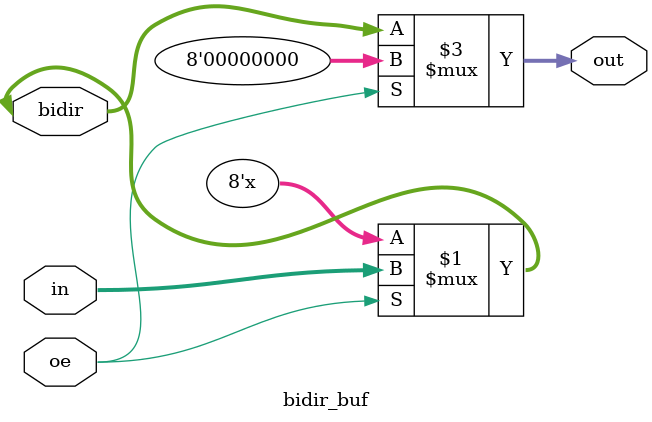
<source format=sv>
module bidir_buf (oe, in, out, bidir);

//If oe=1, bidir acts as output port and its input is on port in
//If oe=0, bidir acts as input port and its output is on port out  
// Port Declaration

input   oe;

input   [7:0] in;
output  [7:0] out;
inout   [7:0] bidir;


assign bidir = oe ? in : 8'bzzzzzzzz ;
assign out = (~oe) ? bidir : 8'b0 ;

endmodule

</source>
